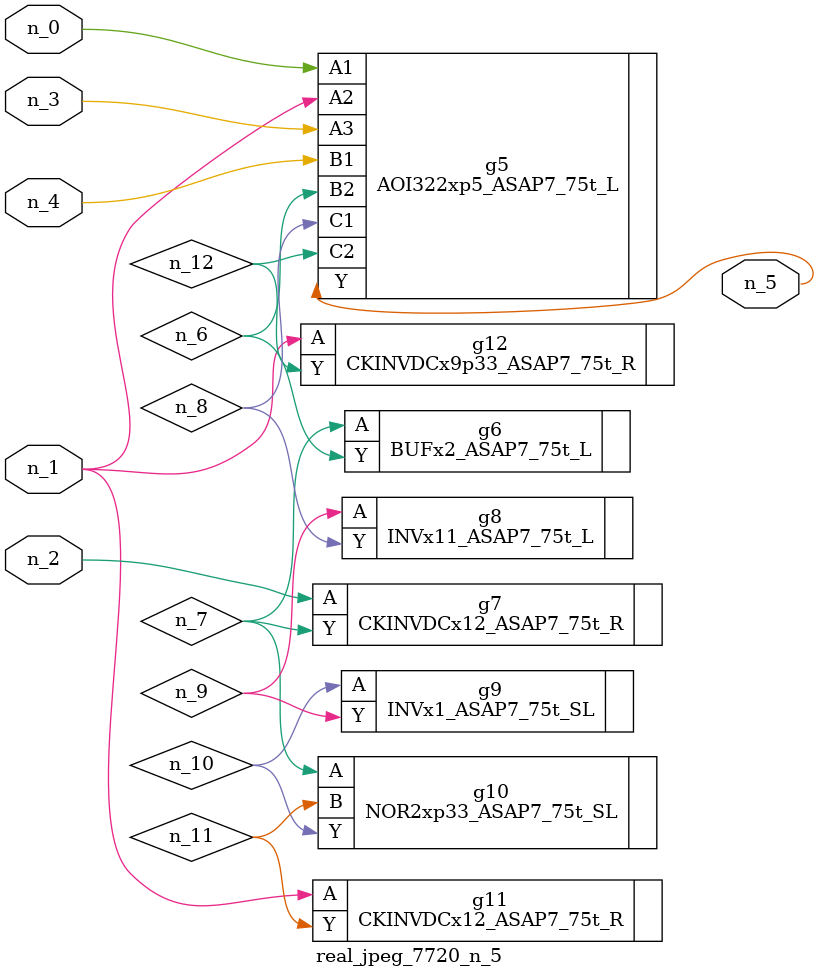
<source format=v>
module real_jpeg_7720_n_5 (n_4, n_0, n_1, n_2, n_3, n_5);

input n_4;
input n_0;
input n_1;
input n_2;
input n_3;

output n_5;

wire n_12;
wire n_8;
wire n_11;
wire n_6;
wire n_7;
wire n_10;
wire n_9;

AOI322xp5_ASAP7_75t_L g5 ( 
.A1(n_0),
.A2(n_1),
.A3(n_3),
.B1(n_4),
.B2(n_6),
.C1(n_8),
.C2(n_12),
.Y(n_5)
);

CKINVDCx12_ASAP7_75t_R g11 ( 
.A(n_1),
.Y(n_11)
);

CKINVDCx9p33_ASAP7_75t_R g12 ( 
.A(n_1),
.Y(n_12)
);

CKINVDCx12_ASAP7_75t_R g7 ( 
.A(n_2),
.Y(n_7)
);

BUFx2_ASAP7_75t_L g6 ( 
.A(n_7),
.Y(n_6)
);

NOR2xp33_ASAP7_75t_SL g10 ( 
.A(n_7),
.B(n_11),
.Y(n_10)
);

INVx11_ASAP7_75t_L g8 ( 
.A(n_9),
.Y(n_8)
);

INVx1_ASAP7_75t_SL g9 ( 
.A(n_10),
.Y(n_9)
);


endmodule
</source>
